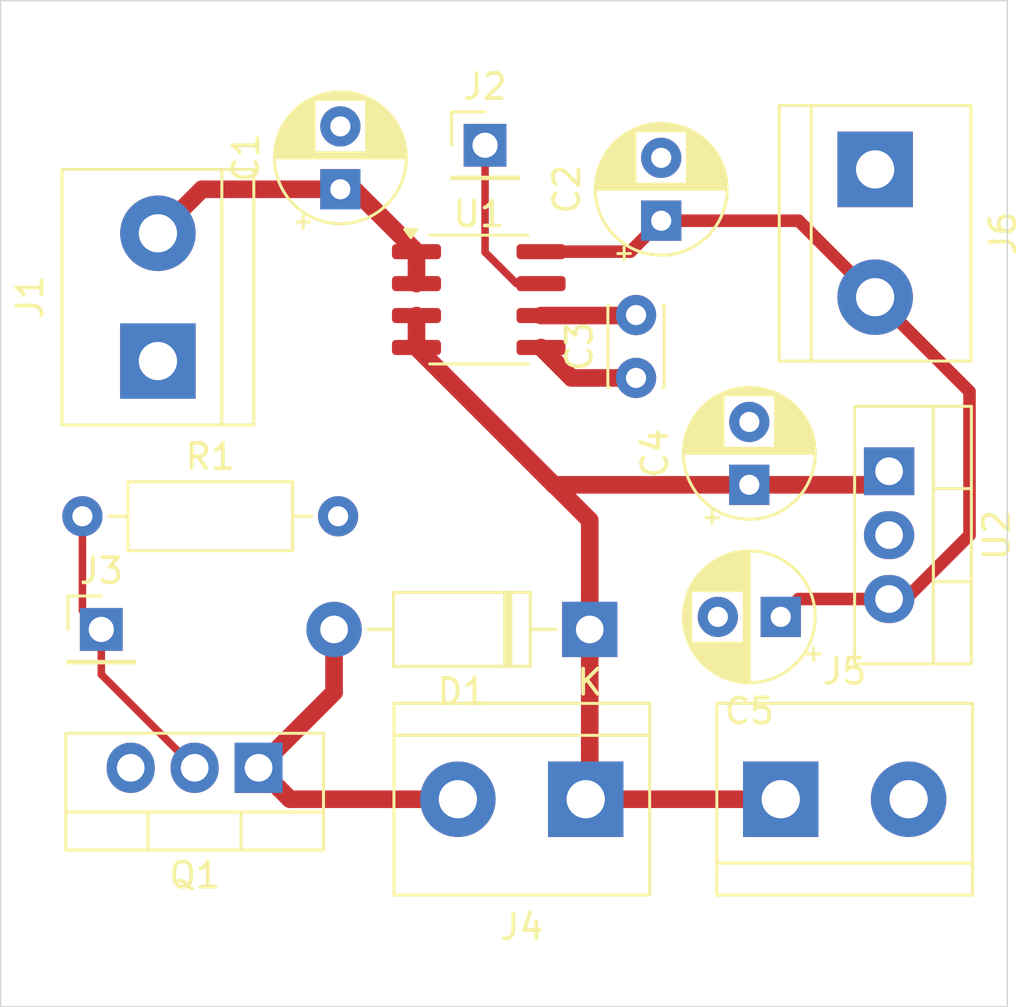
<source format=kicad_pcb>
(kicad_pcb (version 20240108) (generator "pcbnew") (generator_version "8.0")
  (layers (0 "F.Cu" signal) (31 "B.Cu" signal) (36 "B.SilkS" user "B.Silkscreen") (37 "F.SilkS" user "F.Silkscreen") (38 "B.Mask" user) (39 "F.Mask" user) (44 "Edge.Cuts" user))
  (net 0 "")
  (net 1 "GND")
  (net 2 "Net-(J1-Pin_2)")
  (net 3 "+5V")
  (net 4 "Net-(U1-FILTER)")
  (net 5 "Net-(D1-K)")
  (net 6 "Net-(D1-A)")
  (net 7 "Net-(J2-Pin_1)")
  (net 8 "Net-(J3-Pin_1)")
  (footprint "TerminalBlock:TerminalBlock_bornier-2_P5.08mm" (layer "F.Cu") (at 106.5 92.08 90)
    (property "Reference" "J1" (at 2.54 -5.08 90) (layer "F.SilkS"))
    (property "Value" "Battery")
    (pad "1" thru_hole rect (at 0 0 90) (size 3 3) (drill 1.52) (layers "*.Cu" "*.Mask") (net 1 "GND"))
    (pad "2" thru_hole circle (at 5.08 0 90) (size 3 3) (drill 1.52) (layers "*.Cu" "*.Mask") (net 2 "Net-(J1-Pin_2)"))
  )
  (footprint "Capacitor_THT:CP_Radial_D5.0mm_P2.50mm" (layer "F.Cu") (at 130 97 90)
    (property "Reference" "C4" (at 1.25 -3.75 90) (layer "F.SilkS"))
    (property "Value" "0.33uF")
    (pad "1" thru_hole rect (at 0 0 90) (size 1.6 1.6) (drill 0.8) (layers "*.Cu" "*.Mask") (net 5 "Net-(D1-K)"))
    (pad "2" thru_hole circle (at 2.5 0 90) (size 1.6 1.6) (drill 0.8) (layers "*.Cu" "*.Mask") (net 1 "GND"))
  )
  (footprint "Diode_THT:D_DO-41_SOD81_P10.16mm_Horizontal" (layer "F.Cu") (at 123.66 102.75 180)
    (property "Reference" "D1" (at 5.08 -2.47 360) (layer "F.SilkS"))
    (property "Value" "D")
    (fp_text user "K" (at 0 -2.1 360) (layer "F.SilkS"))
    (pad "1" thru_hole rect (at 0 0 180) (size 2.2 2.2) (drill 1.1) (layers "*.Cu" "*.Mask") (net 5 "Net-(D1-K)"))
    (pad "2" thru_hole oval (at 10.16 0 180) (size 2.2 2.2) (drill 1.1) (layers "*.Cu" "*.Mask") (net 6 "Net-(D1-A)"))
  )
  (footprint "Connector_PinHeader_2.54mm:PinHeader_1x01_P2.54mm_Vertical" (layer "F.Cu") (at 104.25 102.75)
    (property "Reference" "J3" (at 0 -2.33 0) (layer "F.SilkS"))
    (property "Value" "PWM PIN")
    (pad "1" thru_hole rect (at 0 0) (size 1.7 1.7) (drill 1) (layers "*.Cu" "*.Mask") (net 8 "Net-(J3-Pin_1)"))
  )
  (footprint "TerminalBlock:TerminalBlock_bornier-2_P5.08mm" (layer "F.Cu") (at 135 84.46 -90)
    (property "Reference" "J6" (at 2.54 -5.08 90) (layer "F.SilkS"))
    (property "Value" "Sensor/Main PCB")
    (pad "1" thru_hole rect (at 0 0 270) (size 3 3) (drill 1.52) (layers "*.Cu" "*.Mask") (net 1 "GND"))
    (pad "2" thru_hole circle (at 5.08 0 270) (size 3 3) (drill 1.52) (layers "*.Cu" "*.Mask") (net 3 "+5V"))
  )
  (footprint "Capacitor_THT:C_Disc_D3.0mm_W2.0mm_P2.50mm" (layer "F.Cu") (at 125.5 92.75 90)
    (property "Reference" "C3" (at 1.25 -2.25 90) (layer "F.SilkS"))
    (property "Value" "1nF")
    (pad "1" thru_hole circle (at 0 0 90) (size 1.6 1.6) (drill 0.8) (layers "*.Cu" "*.Mask") (net 1 "GND"))
    (pad "2" thru_hole circle (at 2.5 0 90) (size 1.6 1.6) (drill 0.8) (layers "*.Cu" "*.Mask") (net 4 "Net-(U1-FILTER)"))
  )
  (footprint "Package_TO_SOT_THT:TO-220-3_Vertical" (layer "F.Cu") (at 135.555 96.46 -90)
    (property "Reference" "U2" (at 2.54 -4.27 90) (layer "F.SilkS"))
    (property "Value" "L7805")
    (pad "1" thru_hole rect (at 0 0 270) (size 1.905 2) (drill 1.1) (layers "*.Cu" "*.Mask") (net 5 "Net-(D1-K)"))
    (pad "2" thru_hole oval (at 2.54 0 270) (size 1.905 2) (drill 1.1) (layers "*.Cu" "*.Mask") (net 1 "GND"))
    (pad "3" thru_hole oval (at 5.08 0 270) (size 1.905 2) (drill 1.1) (layers "*.Cu" "*.Mask") (net 3 "+5V"))
  )
  (footprint "Resistor_THT:R_Axial_DIN0207_L6.3mm_D2.5mm_P10.16mm_Horizontal" (layer "F.Cu") (at 103.5 98.25)
    (property "Reference" "R1" (at 5.08 -2.37 360) (layer "F.SilkS"))
    (property "Value" "10k")
    (pad "1" thru_hole circle (at 0 0) (size 1.6 1.6) (drill 0.8) (layers "*.Cu" "*.Mask") (net 8 "Net-(J3-Pin_1)"))
    (pad "2" thru_hole oval (at 10.16 0) (size 1.6 1.6) (drill 0.8) (layers "*.Cu" "*.Mask") (net 1 "GND"))
  )
  (footprint "TerminalBlock:TerminalBlock_bornier-2_P5.08mm" (layer "F.Cu") (at 131.25 109.5)
    (property "Reference" "J5" (at 2.54 -5.08 360) (layer "F.SilkS"))
    (property "Value" "L298N Module")
    (pad "1" thru_hole rect (at 0 0) (size 3 3) (drill 1.52) (layers "*.Cu" "*.Mask") (net 5 "Net-(D1-K)"))
    (pad "2" thru_hole circle (at 5.08 0) (size 3 3) (drill 1.52) (layers "*.Cu" "*.Mask") (net 1 "GND"))
  )
  (footprint "Capacitor_THT:CP_Radial_D5.0mm_P2.50mm" (layer "F.Cu") (at 131.25 102.25 180)
    (property "Reference" "C5" (at 1.25 -3.75 360) (layer "F.SilkS"))
    (property "Value" "0.1uF")
    (pad "1" thru_hole rect (at 0 0 180) (size 1.6 1.6) (drill 0.8) (layers "*.Cu" "*.Mask") (net 3 "+5V"))
    (pad "2" thru_hole circle (at 2.5 0 180) (size 1.6 1.6) (drill 0.8) (layers "*.Cu" "*.Mask") (net 1 "GND"))
  )
  (footprint "Capacitor_THT:CP_Radial_D5.0mm_P2.50mm" (layer "F.Cu") (at 126.5 86.5 90)
    (property "Reference" "C2" (at 1.25 -3.75 90) (layer "F.SilkS"))
    (property "Value" "0.1uF")
    (pad "1" thru_hole rect (at 0 0 90) (size 1.6 1.6) (drill 0.8) (layers "*.Cu" "*.Mask") (net 3 "+5V"))
    (pad "2" thru_hole circle (at 2.5 0 90) (size 1.6 1.6) (drill 0.8) (layers "*.Cu" "*.Mask") (net 1 "GND"))
  )
  (footprint "Connector_PinHeader_2.54mm:PinHeader_1x01_P2.54mm_Vertical" (layer "F.Cu") (at 119.5 83.5)
    (property "Reference" "J2" (at 0 -2.33 0) (layer "F.SilkS"))
    (property "Value" "ADC PIN")
    (pad "1" thru_hole rect (at 0 0) (size 1.7 1.7) (drill 1) (layers "*.Cu" "*.Mask") (net 7 "Net-(J2-Pin_1)"))
  )
  (footprint "TerminalBlock:TerminalBlock_bornier-2_P5.08mm" (layer "F.Cu") (at 123.5 109.5 180)
    (property "Reference" "J4" (at 2.54 -5.08 360) (layer "F.SilkS"))
    (property "Value" "DC Moter (Brushes)")
    (pad "1" thru_hole rect (at 0 0 180) (size 3 3) (drill 1.52) (layers "*.Cu" "*.Mask") (net 5 "Net-(D1-K)"))
    (pad "2" thru_hole circle (at 5.08 0 180) (size 3 3) (drill 1.52) (layers "*.Cu" "*.Mask") (net 6 "Net-(D1-A)"))
  )
  (footprint "Package_TO_SOT_THT:TO-220-3_Vertical" (layer "F.Cu") (at 110.5 108.25 180)
    (property "Reference" "Q1" (at 2.54 -4.27 360) (layer "F.SilkS"))
    (property "Value" "NMOS")
    (pad "1" thru_hole rect (at 0 0 180) (size 1.905 2) (drill 1.1) (layers "*.Cu" "*.Mask") (net 6 "Net-(D1-A)"))
    (pad "2" thru_hole oval (at 2.54 0 180) (size 1.905 2) (drill 1.1) (layers "*.Cu" "*.Mask") (net 8 "Net-(J3-Pin_1)"))
    (pad "3" thru_hole oval (at 5.08 0 180) (size 1.905 2) (drill 1.1) (layers "*.Cu" "*.Mask") (net 1 "GND"))
  )
  (footprint "Package_SO:SOIC-8_3.9x4.9mm_P1.27mm" (layer "F.Cu") (at 119.249999 89.635)
    (property "Reference" "U1" (at 0 -3.4 360) (layer "F.SilkS"))
    (property "Value" "ACS712xLCTR-05B")
    (pad "1" smd roundrect (at -2.475 -1.905) (size 1.95 0.6) (layers "F.Cu" "F.Paste" "F.Mask") (net 2 "Net-(J1-Pin_2)"))
    (pad "2" smd roundrect (at -2.475 -0.635) (size 1.95 0.6) (layers "F.Cu" "F.Paste" "F.Mask") (net 2 "Net-(J1-Pin_2)"))
    (pad "3" smd roundrect (at -2.475 0.635) (size 1.95 0.6) (layers "F.Cu" "F.Paste" "F.Mask") (net 5 "Net-(D1-K)"))
    (pad "4" smd roundrect (at -2.475 1.905) (size 1.95 0.6) (layers "F.Cu" "F.Paste" "F.Mask") (net 5 "Net-(D1-K)"))
    (pad "5" smd roundrect (at 2.475 1.905) (size 1.95 0.6) (layers "F.Cu" "F.Paste" "F.Mask") (net 1 "GND"))
    (pad "6" smd roundrect (at 2.475 0.635) (size 1.95 0.6) (layers "F.Cu" "F.Paste" "F.Mask") (net 4 "Net-(U1-FILTER)"))
    (pad "7" smd roundrect (at 2.475 -0.635) (size 1.95 0.6) (layers "F.Cu" "F.Paste" "F.Mask") (net 7 "Net-(J2-Pin_1)"))
    (pad "8" smd roundrect (at 2.475 -1.905) (size 1.95 0.6) (layers "F.Cu" "F.Paste" "F.Mask") (net 3 "+5V"))
  )
  (footprint "Capacitor_THT:CP_Radial_D5.0mm_P2.50mm" (layer "F.Cu") (at 113.75 85.25 90)
    (property "Reference" "C1" (at 1.25 -3.75 90) (layer "F.SilkS"))
    (property "Value" "10uF")
    (pad "1" thru_hole rect (at 0 0 90) (size 1.6 1.6) (drill 0.8) (layers "*.Cu" "*.Mask") (net 2 "Net-(J1-Pin_2)"))
    (pad "2" thru_hole circle (at 2.5 0 90) (size 1.6 1.6) (drill 0.8) (layers "*.Cu" "*.Mask") (net 1 "GND"))
  )
  (gr_rect (start 100.25 77.75) (end 140.25 117.75) (stroke (width 0.05)) (fill none) (layer "Edge.Cuts"))
  (segment (start 125.5 92.75) (end 122.934999 92.75) (width 0.7) (layer "F.Cu") (net 1))
  (segment (start 122.934999 92.75) (end 121.724999 91.54) (width 0.7) (layer "F.Cu") (net 1))
  (segment (start 114.294999 85.25) (end 116.774999 87.73) (width 0.7) (layer "F.Cu") (net 2))
  (segment (start 116.774999 87.73) (end 116.774999 89) (width 0.7) (layer "F.Cu") (net 2))
  (segment (start 106.5 87) (end 108.25 85.25) (width 0.7) (layer "F.Cu") (net 2))
  (segment (start 108.25 85.25) (end 113.75 85.25) (width 0.7) (layer "F.Cu") (net 2))
  (segment (start 113.75 85.25) (end 114.294999 85.25) (width 0.7) (layer "F.Cu") (net 2))
  (segment (start 121.724999 87.73) (end 125.27 87.73) (width 0.5) (layer "F.Cu") (net 3))
  (segment (start 138.75 93.29) (end 135 89.54) (width 0.5) (layer "F.Cu") (net 3))
  (segment (start 131.96 101.54) (end 131.25 102.25) (width 0.5) (layer "F.Cu") (net 3))
  (segment (start 138.75 99) (end 138.75 93.29) (width 0.5) (layer "F.Cu") (net 3))
  (segment (start 131.96 86.5) (end 126.5 86.5) (width 0.5) (layer "F.Cu") (net 3))
  (segment (start 135 89.54) (end 131.96 86.5) (width 0.5) (layer "F.Cu") (net 3))
  (segment (start 135.555 101.54) (end 131.96 101.54) (width 0.5) (layer "F.Cu") (net 3))
  (segment (start 135.555 101.54) (end 136.21 101.54) (width 0.5) (layer "F.Cu") (net 3))
  (segment (start 136.21 101.54) (end 138.75 99) (width 0.5) (layer "F.Cu") (net 3))
  (segment (start 125.27 87.73) (end 126.5 86.5) (width 0.5) (layer "F.Cu") (net 3))
  (segment (start 121.724999 90.27) (end 125.48 90.27) (width 0.7) (layer "F.Cu") (net 4))
  (segment (start 125.48 90.27) (end 125.5 90.25) (width 0.7) (layer "F.Cu") (net 4))
  (segment (start 135.015 97) (end 135.555 96.46) (width 0.7) (layer "F.Cu") (net 5))
  (segment (start 123.75 102.66) (end 123.66 102.75) (width 0.7) (layer "F.Cu") (net 5))
  (segment (start 130 97) (end 135.015 97) (width 0.7) (layer "F.Cu") (net 5))
  (segment (start 123.66 98.41) (end 123.66 102.75) (width 0.7) (layer "F.Cu") (net 5))
  (segment (start 116.774999 91.54) (end 122.234999 97) (width 0.7) (layer "F.Cu") (net 5))
  (segment (start 123.66 102.75) (end 123.66 109.34) (width 0.7) (layer "F.Cu") (net 5))
  (segment (start 122.25 97) (end 123.66 98.41) (width 0.7) (layer "F.Cu") (net 5))
  (segment (start 123.66 109.34) (end 123.5 109.5) (width 0.7) (layer "F.Cu") (net 5))
  (segment (start 123.5 109.5) (end 131.25 109.5) (width 0.7) (layer "F.Cu") (net 5))
  (segment (start 122.234999 97) (end 130 97) (width 0.7) (layer "F.Cu") (net 5))
  (segment (start 122.234999 97) (end 122.25 97) (width 0.7) (layer "F.Cu") (net 5))
  (segment (start 116.774999 90.27) (end 116.774999 91.54) (width 0.7) (layer "F.Cu") (net 5))
  (segment (start 113.5 105.25) (end 113.5 102.75) (width 0.7) (layer "F.Cu") (net 6))
  (segment (start 110.5 108.25) (end 113.5 105.25) (width 0.7) (layer "F.Cu") (net 6))
  (segment (start 118.42 109.5) (end 111.75 109.5) (width 0.7) (layer "F.Cu") (net 6))
  (segment (start 110.5 108) (end 110.5 108.25) (width 0.7) (layer "F.Cu") (net 6))
  (segment (start 111.75 109.5) (end 110.5 108.25) (width 0.7) (layer "F.Cu") (net 6))
  (segment (start 120.75 89) (end 121.724999 89) (width 0.3) (layer "F.Cu") (net 7))
  (segment (start 119.5 83.5) (end 119.5 87.75) (width 0.3) (layer "F.Cu") (net 7))
  (segment (start 119.5 87.75) (end 120.75 89) (width 0.3) (layer "F.Cu") (net 7))
  (segment (start 104.25 104.54) (end 107.96 108.25) (width 0.3) (layer "F.Cu") (net 8))
  (segment (start 104.25 102.75) (end 104.25 104.54) (width 0.3) (layer "F.Cu") (net 8))
  (segment (start 103.5 98.25) (end 103.5 102) (width 0.3) (layer "F.Cu") (net 8))
  (segment (start 108 108.21) (end 107.96 108.25) (width 0.3) (layer "F.Cu") (net 8))
  (segment (start 103.5 102) (end 104.25 102.75) (width 0.3) (layer "F.Cu") (net 8))
)
</source>
